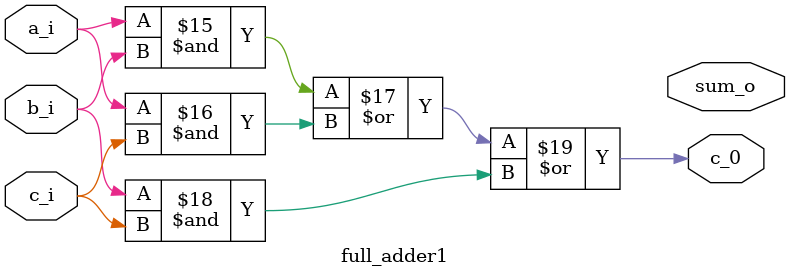
<source format=sv>
module full_adder1 	
	(input a_i, b_i, c_i, output c_0, sum_o);
	
	assign sum_0 = ( (a_i & ~(b_i & c_i)) |  (b_i & ~(a_i & c_i)) | (c_i & ~(b_i & a_i)) | (a_i & b_i & c_i) );
	assign c_0	= ((a_i & b_i) | (a_i & c_i) | (b_i & c_i));
endmodule
</source>
